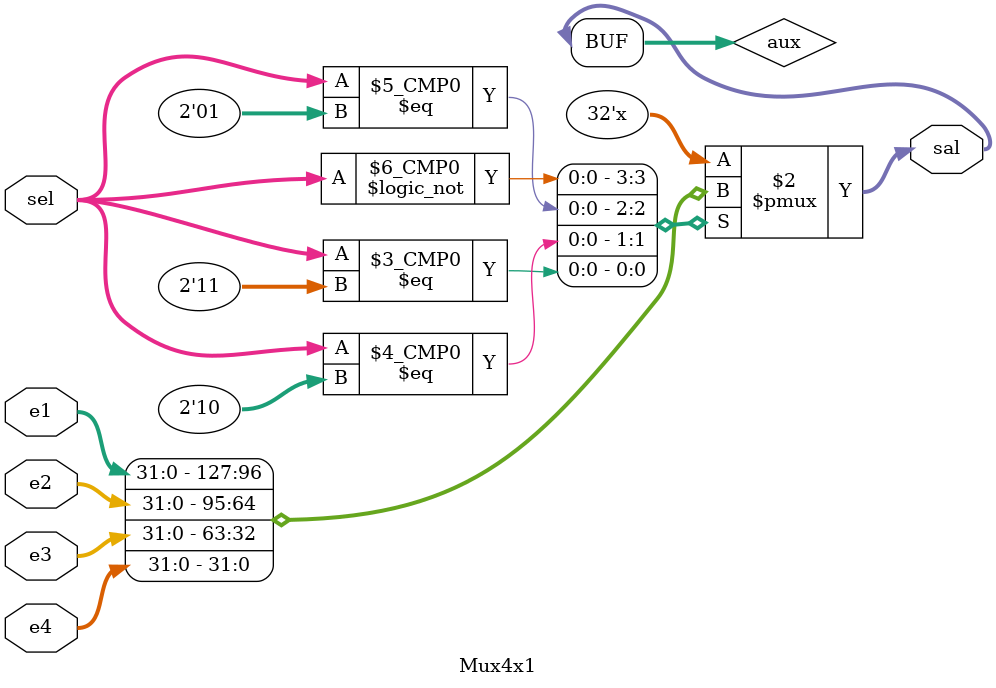
<source format=v>
module Mux4x1 (
    input [31:0] e1,
    input [31:0] e2,
    input [31:0] e3,
    input [31:0] e4,
    input [1:0] sel,
    output [31:0] sal
);

    reg [31:0] aux;

    always @(*) begin
        case(sel)
            2'b00: aux <= e1;
            2'b01: aux <= e2;
            2'b10: aux <= e3;
            2'b11: aux <= e4;
        endcase
    end
    assign sal = aux;
    
endmodule
</source>
